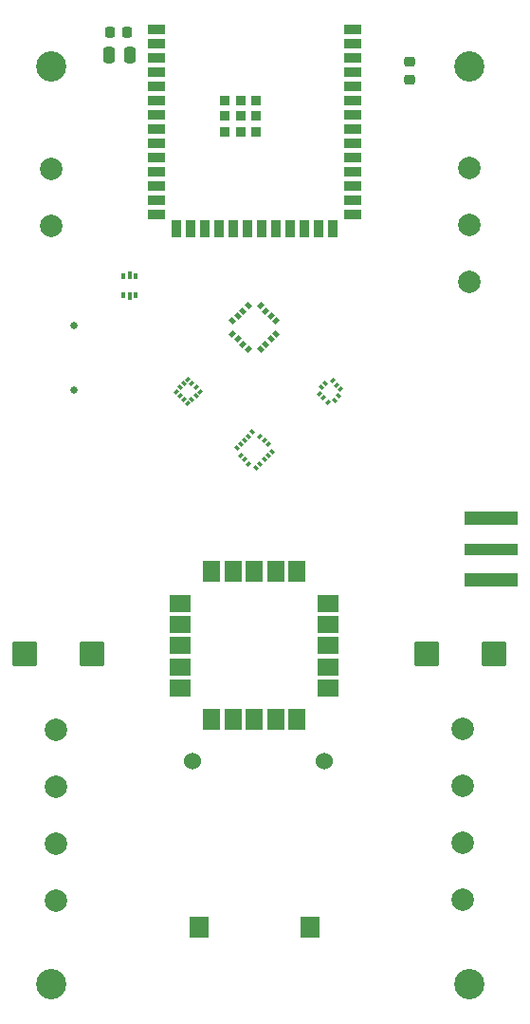
<source format=gbr>
%TF.GenerationSoftware,KiCad,Pcbnew,7.0.1*%
%TF.CreationDate,2024-01-06T20:51:44-05:00*%
%TF.ProjectId,Io-v2-Board,496f2d76-322d-4426-9f61-72642e6b6963,rev?*%
%TF.SameCoordinates,Original*%
%TF.FileFunction,Soldermask,Top*%
%TF.FilePolarity,Negative*%
%FSLAX46Y46*%
G04 Gerber Fmt 4.6, Leading zero omitted, Abs format (unit mm)*
G04 Created by KiCad (PCBNEW 7.0.1) date 2024-01-06 20:51:44*
%MOMM*%
%LPD*%
G01*
G04 APERTURE LIST*
G04 Aperture macros list*
%AMRoundRect*
0 Rectangle with rounded corners*
0 $1 Rounding radius*
0 $2 $3 $4 $5 $6 $7 $8 $9 X,Y pos of 4 corners*
0 Add a 4 corners polygon primitive as box body*
4,1,4,$2,$3,$4,$5,$6,$7,$8,$9,$2,$3,0*
0 Add four circle primitives for the rounded corners*
1,1,$1+$1,$2,$3*
1,1,$1+$1,$4,$5*
1,1,$1+$1,$6,$7*
1,1,$1+$1,$8,$9*
0 Add four rect primitives between the rounded corners*
20,1,$1+$1,$2,$3,$4,$5,0*
20,1,$1+$1,$4,$5,$6,$7,0*
20,1,$1+$1,$6,$7,$8,$9,0*
20,1,$1+$1,$8,$9,$2,$3,0*%
%AMRotRect*
0 Rectangle, with rotation*
0 The origin of the aperture is its center*
0 $1 length*
0 $2 width*
0 $3 Rotation angle, in degrees counterclockwise*
0 Add horizontal line*
21,1,$1,$2,0,0,$3*%
G04 Aperture macros list end*
%ADD10RoundRect,0.225000X0.225000X0.250000X-0.225000X0.250000X-0.225000X-0.250000X0.225000X-0.250000X0*%
%ADD11RoundRect,0.250000X0.250000X0.475000X-0.250000X0.475000X-0.250000X-0.475000X0.250000X-0.475000X0*%
%ADD12C,0.650000*%
%ADD13RoundRect,0.102000X-0.750000X0.850000X-0.750000X-0.850000X0.750000X-0.850000X0.750000X0.850000X0*%
%ADD14RoundRect,0.102000X-1.000000X-1.000000X1.000000X-1.000000X1.000000X1.000000X-1.000000X1.000000X0*%
%ADD15C,2.000000*%
%ADD16R,0.375000X0.500000*%
%ADD17R,0.300000X0.650000*%
%ADD18C,2.700000*%
%ADD19RoundRect,0.000001X-0.750000X-0.900000X0.750000X-0.900000X0.750000X0.900000X-0.750000X0.900000X0*%
%ADD20RoundRect,0.000001X-0.900000X-0.750000X0.900000X-0.750000X0.900000X0.750000X-0.900000X0.750000X0*%
%ADD21RoundRect,0.102000X1.000000X1.000000X-1.000000X1.000000X-1.000000X-1.000000X1.000000X-1.000000X0*%
%ADD22RotRect,0.406400X0.508000X45.000000*%
%ADD23RotRect,0.406400X0.508000X315.000000*%
%ADD24RotRect,0.376682X0.351536X225.000000*%
%ADD25RotRect,0.376682X0.351536X315.000000*%
%ADD26RoundRect,0.218750X0.256250X-0.218750X0.256250X0.218750X-0.256250X0.218750X-0.256250X-0.218750X0*%
%ADD27RotRect,0.355600X0.457200X45.000000*%
%ADD28RotRect,0.355600X0.457200X315.000000*%
%ADD29R,1.498600X0.889000*%
%ADD30R,0.889000X1.498600*%
%ADD31R,0.889000X0.889000*%
%ADD32RotRect,0.351536X0.376682X45.000000*%
%ADD33RotRect,0.351536X0.376682X315.000000*%
%ADD34C,1.524000*%
%ADD35RoundRect,0.102000X2.280000X-0.500000X2.280000X0.500000X-2.280000X0.500000X-2.280000X-0.500000X0*%
%ADD36RoundRect,0.102000X2.280000X-0.425000X2.280000X0.425000X-2.280000X0.425000X-2.280000X-0.425000X0*%
G04 APERTURE END LIST*
D10*
%TO.C,C19*%
X105042000Y-36703000D03*
X103492000Y-36703000D03*
%TD*%
D11*
%TO.C,C13*%
X105344000Y-38735000D03*
X103444000Y-38735000D03*
%TD*%
D12*
%TO.C,J2*%
X100327000Y-68645000D03*
X100327000Y-62865000D03*
%TD*%
D13*
%TO.C,LS1*%
X111509000Y-116586000D03*
X121409000Y-116586000D03*
%TD*%
D14*
%TO.C,S1*%
X131795000Y-92202000D03*
X137795000Y-92202000D03*
%TD*%
D15*
%TO.C,J1*%
X135636000Y-58955000D03*
X135636000Y-53875000D03*
X135636000Y-48795000D03*
%TD*%
D16*
%TO.C,U5*%
X104745500Y-60159000D03*
D17*
X105283000Y-60234000D03*
D16*
X105820500Y-60159000D03*
X105820500Y-58459000D03*
D17*
X105283000Y-58384000D03*
D16*
X104745500Y-58459000D03*
%TD*%
D15*
%TO.C,J4*%
X98683000Y-98933000D03*
X98683000Y-104013000D03*
X98683000Y-109093000D03*
X98683000Y-114173000D03*
%TD*%
D18*
%TO.C,H3*%
X135636000Y-121666000D03*
%TD*%
D19*
%TO.C,U9*%
X112605000Y-84844000D03*
X114505000Y-84844000D03*
X116405000Y-84844000D03*
X118305000Y-84844000D03*
X120205000Y-84844000D03*
D20*
X123005000Y-87644000D03*
X123005000Y-89544000D03*
X123005000Y-91444000D03*
X123005000Y-93344000D03*
X123005000Y-95244000D03*
D19*
X120205000Y-98044000D03*
X118305000Y-98044000D03*
X116405000Y-98044000D03*
X114505000Y-98044000D03*
X112605000Y-98044000D03*
D20*
X109805000Y-95244000D03*
X109805000Y-93344000D03*
X109805000Y-91444000D03*
X109805000Y-89544000D03*
X109805000Y-87644000D03*
%TD*%
D21*
%TO.C,S2*%
X101933000Y-92202000D03*
X95933000Y-92202000D03*
%TD*%
D22*
%TO.C,U4*%
X115855193Y-61106336D03*
X115395575Y-61565954D03*
X114935954Y-62025575D03*
X114476336Y-62485193D03*
D23*
X114476336Y-63620807D03*
X114935954Y-64080425D03*
X115395575Y-64540046D03*
X115855193Y-64999664D03*
D22*
X116990807Y-64999664D03*
X117450425Y-64540046D03*
X117910046Y-64080425D03*
X118369664Y-63620807D03*
D23*
X118369664Y-62485193D03*
X117910046Y-62025575D03*
X117450425Y-61565954D03*
X116990807Y-61106336D03*
%TD*%
D18*
%TO.C,H2*%
X135636000Y-39751000D03*
%TD*%
D24*
%TO.C,U7*%
X111550662Y-68768000D03*
X111197107Y-68414446D03*
X110843554Y-68060893D03*
X110490000Y-67707338D03*
D25*
X110136446Y-68060893D03*
X109782893Y-68414446D03*
D24*
X109429338Y-68768000D03*
X109782893Y-69121554D03*
X110136446Y-69475107D03*
X110490000Y-69828662D03*
D25*
X110843554Y-69475107D03*
X111197107Y-69121554D03*
%TD*%
D15*
%TO.C,J3*%
X98302000Y-48895000D03*
X98302000Y-53975000D03*
%TD*%
D26*
%TO.C,D2*%
X130302000Y-40919500D03*
X130302000Y-39344500D03*
%TD*%
D15*
%TO.C,J5*%
X135001000Y-114073000D03*
X135001000Y-108993000D03*
X135001000Y-103913000D03*
X135001000Y-98833000D03*
%TD*%
D18*
%TO.C,H4*%
X98298000Y-121666000D03*
%TD*%
D27*
%TO.C,U2*%
X116255454Y-72392884D03*
X115901811Y-72746526D03*
X115548169Y-73100169D03*
X115194526Y-73453811D03*
X114840884Y-73807454D03*
D28*
X115194526Y-74496189D03*
X115548169Y-74849831D03*
X115901811Y-75203474D03*
D27*
X116590546Y-75557116D03*
X116944189Y-75203474D03*
X117297831Y-74849831D03*
X117651474Y-74496189D03*
X118005116Y-74142546D03*
D28*
X117651474Y-73453811D03*
X117297831Y-73100169D03*
X116944189Y-72746526D03*
%TD*%
D29*
%TO.C,U1*%
X107673000Y-36449000D03*
X107673000Y-37719000D03*
X107673000Y-38989000D03*
X107673000Y-40259000D03*
X107673000Y-41529000D03*
X107673000Y-42799000D03*
X107673000Y-44069000D03*
X107673000Y-45339000D03*
X107673000Y-46609000D03*
X107673000Y-47879000D03*
X107673000Y-49149000D03*
X107673000Y-50419000D03*
X107673000Y-51689000D03*
X107673000Y-52959000D03*
D30*
X109438000Y-54209000D03*
X110708000Y-54209000D03*
X111978000Y-54209000D03*
X113248000Y-54209000D03*
X114518000Y-54209000D03*
X115788000Y-54209000D03*
X117058000Y-54209000D03*
X118328000Y-54209000D03*
X119598000Y-54209000D03*
X120868000Y-54209000D03*
X122138000Y-54209000D03*
X123408000Y-54209000D03*
D29*
X125173000Y-52959000D03*
X125173000Y-51689000D03*
X125173000Y-50419000D03*
X125173000Y-49149000D03*
X125173000Y-47879000D03*
X125173000Y-46609000D03*
X125173000Y-45339000D03*
X125173000Y-44069000D03*
X125173000Y-42799000D03*
X125173000Y-41529000D03*
X125173000Y-40259000D03*
X125173000Y-38989000D03*
X125173000Y-37719000D03*
X125173000Y-36449000D03*
D31*
X115173000Y-44169000D03*
X115173000Y-42769000D03*
X113773000Y-42769000D03*
X113773000Y-44169000D03*
X113773000Y-45569000D03*
X115173000Y-45569000D03*
X116573000Y-45569000D03*
X116573000Y-44169000D03*
X116573000Y-42769000D03*
%TD*%
D18*
%TO.C,H1*%
X98298000Y-39751000D03*
%TD*%
D32*
%TO.C,U6*%
X122781504Y-68005951D03*
X122427951Y-68359504D03*
D33*
X122251175Y-68999720D03*
X122604728Y-69353272D03*
X122958280Y-69706825D03*
D32*
X123598496Y-69530049D03*
X123952049Y-69176496D03*
D33*
X124128825Y-68536280D03*
X123775272Y-68182728D03*
X123421720Y-67829175D03*
%TD*%
D34*
%TO.C,C2*%
X110871000Y-101732000D03*
X122671000Y-101732000D03*
%TD*%
D35*
%TO.C,J7*%
X137527500Y-80058000D03*
X137527500Y-85598000D03*
D36*
X137527500Y-82828000D03*
%TD*%
M02*

</source>
